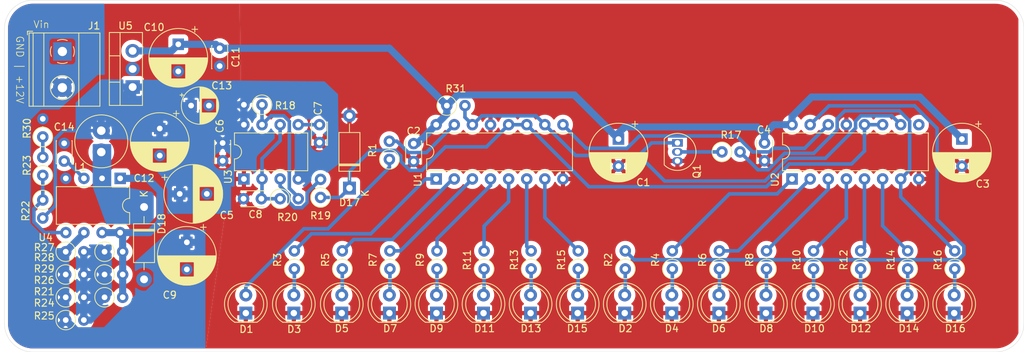
<source format=kicad_pcb>
(kicad_pcb (version 20240108) (generator "pcbnew") (generator_version "8.0")
  (layers (0 "F.Cu" signal) (31 "B.Cu" signal) (34 "B.Paste" user) (35 "F.Paste" user) (36 "B.SilkS" user "B.Silkscreen") (37 "F.SilkS" user "F.Silkscreen") (38 "B.Mask" user) (39 "F.Mask" user) (44 "Edge.Cuts" user))
  (net 0 "")
  (net 1 "+5V")
  (net 2 "GND")
  (net 3 "+9V")
  (net 4 "Net-(U3-CV)")
  (net 5 "Net-(U3-THR)")
  (net 6 "+12V")
  (net 7 "Net-(U4-TC)")
  (net 8 "Net-(D1-A)")
  (net 9 "Net-(D2-A)")
  (net 10 "Net-(D3-A)")
  (net 11 "Net-(D4-A)")
  (net 12 "Net-(D5-A)")
  (net 13 "Net-(D6-A)")
  (net 14 "Net-(D7-A)")
  (net 15 "Net-(D8-A)")
  (net 16 "Net-(D9-A)")
  (net 17 "Net-(D10-A)")
  (net 18 "Net-(D11-A)")
  (net 19 "Net-(D12-A)")
  (net 20 "Net-(D13-A)")
  (net 21 "Net-(D14-A)")
  (net 22 "Net-(D15-A)")
  (net 23 "Net-(D16-A)")
  (net 24 "Net-(D18-K)")
  (net 25 "/RST")
  (net 26 "Net-(Q1-B)")
  (net 27 "Net-(U1-QA)")
  (net 28 "Net-(U2-QA)")
  (net 29 "Net-(U1-QB)")
  (net 30 "Net-(U2-QB)")
  (net 31 "Net-(U1-QC)")
  (net 32 "Net-(U2-QC)")
  (net 33 "Net-(U1-QD)")
  (net 34 "Net-(U2-QD)")
  (net 35 "Net-(U1-QE)")
  (net 36 "Net-(U2-QE)")
  (net 37 "Net-(U1-QF)")
  (net 38 "Net-(U2-QF)")
  (net 39 "Net-(U1-QG)")
  (net 40 "Net-(U2-QG)")
  (net 41 "Net-(U1-QH)")
  (net 42 "Net-(U2-QH)")
  (net 43 "Net-(U3-DIS)")
  (net 44 "Net-(U3-Q)")
  (net 45 "Net-(R21-Pad2)")
  (net 46 "Net-(U4-Vfb)")
  (net 47 "Net-(R23-Pad2)")
  (net 48 "Net-(U4-DC)")
  (net 49 "Net-(U1-QH')")
  (net 51 "Gen")
  (footprint "Resistor_THT:R_Axial_DIN0207_L6.3mm_D2.5mm_P2.54mm_Vertical" (layer "F.Cu") (at 127.455 92.2)
    (property "Reference" "R31")
    (property "Value" "10k")
  )
  (footprint "Resistor_THT:R_Axial_DIN0207_L6.3mm_D2.5mm_P2.54mm_Vertical" (layer "F.Cu") (at 70.8 102 90)
    (property "Reference" "R23")
    (property "Value" "100k")
  )
  (footprint "Resistor_THT:R_Axial_DIN0207_L6.3mm_D2.5mm_P2.54mm_Vertical" (layer "F.Cu") (at 101.54 92.082349 180)
    (property "Reference" "R18")
    (property "Value" "100K")
  )
  (footprint "LED_THT:LED_D5.0mm" (layer "F.Cu") (at 198.6 121.34 90)
    (property "Reference" "D16")
    (property "Value" "LED")
  )
  (footprint "Capacitor_THT:CP_Radial_D8.0mm_P3.80mm" (layer "F.Cu") (at 89.8 83.597349 -90)
    (property "Reference" "C10")
    (property "Value" "220uF")
  )
  (footprint "Resistor_THT:R_Axial_DIN0207_L6.3mm_D2.5mm_P2.54mm_Vertical" (layer "F.Cu") (at 74.015 115.92)
    (property "Reference" "R29")
    (property "Value" "1R")
  )
  (footprint "LED_THT:LED_D5.0mm" (layer "F.Cu") (at 185.4 121.34 90)
    (property "Reference" "D12")
    (property "Value" "LED")
  )
  (footprint "Package_DIP:DIP-8_W7.62mm" (layer "F.Cu") (at 81.65 102.42 -90)
    (property "Reference" "U4")
    (property "Value" "MC34063AP")
  )
  (footprint "Package_TO_SOT_THT:TO-92_Inline" (layer "F.Cu") (at 159.79 97.435 -90)
    (property "Reference" "Q1")
    (property "Value" "BC337")
  )
  (footprint "Resistor_THT:R_Axial_DIN0207_L6.3mm_D2.5mm_P2.54mm_Vertical" (layer "F.Cu") (at 104.08 105.282349)
    (property "Reference" "R20")
    (property "Value" "1M")
  )
  (footprint "Inductor_THT:L_Radial_D7.2mm_P3.00mm_Murata_1700" (layer "F.Cu") (at 79 98.725 90)
    (property "Reference" "L1")
    (property "Value" "660uH")
  )
  (footprint "Package_TO_SOT_THT:TO-220-3_Vertical" (layer "F.Cu") (at 83.4 89.6 90)
    (property "Reference" "U5")
    (property "Value" "LM7805_TO220")
  )
  (footprint "Resistor_THT:R_Axial_DIN0207_L6.3mm_D2.5mm_P2.54mm_Vertical" (layer "F.Cu") (at 74.015 119.12)
    (property "Reference" "R21")
    (property "Value" "1R")
  )
  (footprint "Capacitor_THT:CP_Radial_D8.0mm_P3.80mm" (layer "F.Cu") (at 90 104.6)
    (property "Reference" "C5")
    (property "Value" "100uF")
  )
  (footprint "Resistor_THT:R_Axial_DIN0207_L6.3mm_D2.5mm_P2.54mm_Vertical" (layer "F.Cu") (at 178.877776 115.14 90)
    (property "Reference" "R10")
    (property "Value" "330R")
  )
  (footprint "Resistor_THT:R_Axial_DIN0207_L6.3mm_D2.5mm_P2.54mm_Vertical" (layer "F.Cu") (at 159.077776 115.14 90)
    (property "Reference" "R4")
    (property "Value" "330R")
  )
  (footprint "Resistor_THT:R_Axial_DIN0207_L6.3mm_D2.5mm_P2.54mm_Vertical" (layer "F.Cu") (at 152.477776 115.14 90)
    (property "Reference" "R2")
    (property "Value" "330R")
  )
  (footprint "LED_THT:LED_D5.0mm" (layer "F.Cu") (at 119.4 121.34 90)
    (property "Reference" "D7")
    (property "Value" "LED")
  )
  (footprint "Resistor_THT:R_Axial_DIN0207_L6.3mm_D2.5mm_P2.54mm_Vertical" (layer "F.Cu") (at 166.03 98.705)
    (property "Reference" "R17")
    (property "Value" "10k")
  )
  (footprint "TerminalBlock_Phoenix:TerminalBlock_Phoenix_MKDS-1,5-2-5.08_1x02_P5.08mm_Horizontal" (layer "F.Cu") (at 73.545 84.605 -90)
    (property "Reference" "J1")
    (property "Value" "Vin")
  )
  (footprint "Capacitor_THT:CP_Radial_D8.0mm_P3.80mm" (layer "F.Cu") (at 87.2 95.422349 -90)
    (property "Reference" "C12")
    (property "Value" "100uF")
  )
  (footprint "Resistor_THT:R_Axial_DIN0207_L6.3mm_D2.5mm_P2.54mm_Vertical" (layer "F.Cu") (at 145.877776 115.14 90)
    (property "Reference" "R15")
    (property "Value" "330R")
  )
  (footprint "LED_THT:LED_D5.0mm" (layer "F.Cu") (at 99.270002 121.34 90)
    (property "Reference" "D1")
    (property "Value" "LED")
  )
  (footprint "LED_THT:LED_D5.0mm" (layer "F.Cu") (at 178.8 121.34 90)
    (property "Reference" "D10")
    (property "Value" "LED")
  )
  (footprint "LED_THT:LED_D5.0mm" (layer "F.Cu") (at 106 121.34 90)
    (property "Reference" "D3")
    (property "Value" "LED")
  )
  (footprint "Resistor_THT:R_Axial_DIN0207_L6.3mm_D2.5mm_P2.54mm_Vertical" (layer "F.Cu") (at 119.477776 115.14 90)
    (property "Reference" "R7")
    (property "Value" "330R")
  )
  (footprint "LED_THT:LED_D5.0mm" (layer "F.Cu") (at 132.6 121.34 90)
    (property "Reference" "D11")
    (property "Value" "LED")
  )
  (footprint "LED_THT:LED_D5.0mm" (layer "F.Cu") (at 165.6 121.34 90)
    (property "Reference" "D6")
    (property "Value" "LED")
  )
  (footprint "Package_DIP:DIP-8_W7.62mm" (layer "F.Cu") (at 99 102.505 90)
    (property "Reference" "U3")
    (property "Value" "NE555P")
  )
  (footprint "Resistor_THT:R_Axial_DIN0207_L6.3mm_D2.5mm_P2.54mm_Vertical" (layer "F.Cu") (at 79.46 119.12)
    (property "Reference" "R24")
    (property "Value" "1R")
  )
  (footprint "LED_THT:LED_D5.0mm" (layer "F.Cu") (at 152.4 121.34 90)
    (property "Reference" "D2")
    (property "Value" "LED")
  )
  (footprint "Resistor_THT:R_Axial_DIN0207_L6.3mm_D2.5mm_P2.54mm_Vertical" (layer "F.Cu") (at 132.677776 115.14 90)
    (property "Reference" "R11")
    (property "Value" "330R")
  )
  (footprint "Resistor_THT:R_Axial_DIN0207_L6.3mm_D2.5mm_P2.54mm_Vertical" (layer "F.Cu") (at 198.677776 115.14 90)
    (property "Reference" "R16")
    (property "Value" "330R")
  )
  (footprint "Resistor_THT:R_Axial_DIN0207_L6.3mm_D2.5mm_P2.54mm_Vertical" (layer "F.Cu") (at 112.8 115.14 90)
    (property "Reference" "R5")
    (property "Value" "330R")
  )
  (footprint "Capacitor_THT:C_Disc_D3.0mm_W2.0mm_P2.50mm" (layer "F.Cu") (at 122.8 97.55 -90)
    (property "Reference" "C2")
    (property "Value" "0.1uF")
  )
  (footprint "Package_DIP:DIP-16_W7.62mm" (layer "F.Cu") (at 175.86 102.505 90)
    (property "Reference" "U2")
    (property "Value" "74HC595")
  )
  (footprint "Resistor_THT:R_Axial_DIN0207_L6.3mm_D2.5mm_P2.54mm_Vertical" (layer "F.Cu") (at 119.4 99.75 90)
    (property "Reference" "R1")
    (property "Value" "330R")
  )
  (footprint "Resistor_THT:R_Axial_DIN0207_L6.3mm_D2.5mm_P2.54mm_Vertical" (layer "F.Cu") (at 172.277776 115.14 90)
    (property "Reference" "R8")
    (property "Value" "330R")
  )
  (footprint "Diode_THT:D_A-405_P10.16mm_Horizontal" (layer "F.Cu") (at 113.8 103.785 90)
    (property "Reference" "D17")
    (property "Value" "BZX55 C4V7")
  )
  (footprint "Resistor_THT:R_Axial_DIN0207_L6.3mm_D2.5mm_P2.54mm_Vertical" (layer "F.Cu") (at 70.8 105.46 -90)
    (property "Reference" "R22")
    (property "Value" "750k")
  )
  (footprint "Resistor_THT:R_Axial_DIN0207_L6.3mm_D2.5mm_P2.54mm_Vertical" (layer "F.Cu") (at 74.015 122.32)
    (property "Reference" "R25")
    (property "Value" "1R")
  )
  (footprint "Capacitor_THT:CP_Radial_D8.0mm_P3.80mm" (layer "F.Cu") (at 151.52 96.902349 -90)
    (property "Reference" "C1")
    (property "Value" "220uF")
  )
  (footprint "Capacitor_THT:CP_Radial_D5.0mm_P2.50mm" (layer "F.Cu") (at 91.594888 92.2)
    (property "Reference" "C13")
    (property "Value" "0.47uF")
  )
  (footprint "Resistor_THT:R_Axial_DIN0207_L6.3mm_D2.5mm_P2.54mm_Vertical" (layer "F.Cu") (at 74.015 112.72)
    (property "Reference" "R27")
    (property "Value" "1R")
  )
  (footprint "Resistor_THT:R_Axial_DIN0207_L6.3mm_D2.5mm_P2.54mm_Vertical" (layer "F.Cu") (at 185.477776 115.14 90)
    (property "Reference" "R12")
    (property "Value" "330R")
  )
  (footprint "Resistor_THT:R_Axial_DIN0207_L6.3mm_D2.5mm_P2.54mm_Vertical" (layer "F.Cu") (at 79.46 112.72)
    (property "Reference" "R28")
    (property "Value" "1R")
  )
  (footprint "Capacitor_THT:CP_Radial_D8.0mm_P3.80mm" (layer "F.Cu") (at 199.68 96.902349 -90)
    (property "Reference" "C3")
    (property "Value" "220uF")
  )
  (footprint "Resistor_THT:R_Axial_DIN0207_L6.3mm_D2.5mm_P2.54mm_Vertical" (layer "F.Cu") (at 79.46 115.92)
    (property "Reference" "R26")
    (property "Value" "1R")
  )
  (footprint "Capacitor_THT:C_Disc_D3.0mm_W2.0mm_P2.50mm" (layer "F.Cu") (at 101.45 105.282349 180)
    (property "Reference" "C8")
    (property "Value" "220pF")
  )
  (footprint "LED_THT:LED_D5.0mm" (layer "F.Cu") (at 145.8 121.34 90)
    (property "Reference" "D15")
    (property "Value" "LED")
  )
  (footprint "Resistor_THT:R_Axial_DIN0207_L6.3mm_D2.5mm_P2.54mm_Vertical" (layer "F.Cu") (at 192.077776 115.14 90)
    (property "Reference" "R14")
    (property "Value" "330R")
  )
  (footprint "LED_THT:LED_D5.0mm" (layer "F.Cu") (at 112.722224 121.34 90)
    (property "Reference" "D5")
    (property "Value" "LED")
  )
  (footprint "Resistor_THT:R_Axial_DIN0207_L6.3mm_D2.5mm_P2.54mm_Vertical" (layer "F.Cu") (at 106.077776 115.14 90)
    (property "Reference" "R3")
    (property "Value" "330R")
  )
  (footprint "Capacitor_THT:C_Disc_D3.0mm_W2.0mm_P2.50mm" (layer "F.Cu") (at 95.6 84.15 -90)
    (property "Reference" "C11")
    (property "Value" "0.1uF")
  )
  (footprint "Resistor_THT:R_Axial_DIN0207_L6.3mm_D2.5mm_P2.54mm_Vertical" (layer "F.Cu") (at 165.677776 115.14 90)
    (property "Reference" "R6")
    (property "Value" "330R")
  )
  (footprint "Resistor_THT:R_Axial_DIN0207_L6.3mm_D2.5mm_P2.54mm_Vertical" (layer "F.Cu") (at 70.8 96.6 90)
    (property "Reference" "R30")
    (property "Value" "20k")
  )
  (footprint "Capacitor_THT:C_Disc_D3.0mm_W2.0mm_P2.50mm" (layer "F.Cu") (at 73.8 100 90)
    (property "Reference" "C14")
    (property "Value" "330pF")
  )
  (footprint "Resistor_THT:R_Axial_DIN0207_L6.3mm_D2.5mm_P2.54mm_Vertical" (layer "F.Cu") (at 139.277776 115.14 90)
    (property "Reference" "R13")
    (property "Value" "330R")
  )
  (footprint "LED_THT:LED_D5.0mm" (layer "F.Cu") (at 172.2 121.34 90)
    (property "Reference" "D8")
    (property "Value" "LED")
  )
  (footprint "LED_THT:LED_D5.0mm" (layer "F.Cu") (at 159 121.34 90)
    (property "Reference" "D4")
    (property "Value" "LED")
  )
  (footprint "Resistor_THT:R_Axial_DIN0207_L6.3mm_D2.5mm_P2.54mm_Vertical" (layer "F.Cu") (at 109.75 105.1 90)
    (property "Reference" "R19")
    (property "Value" "680R")
  )
  (footprint "Capacitor_THT:C_Disc_D3.0mm_W2.0mm_P2.50mm" (layer "F.Cu") (at 109.6 94.885 -90)
    (property "Reference" "C7")
    (property "Value" "0.1uF")
  )
  (footprint "LED_THT:LED_D5.0mm" (layer "F.Cu") (at 139.2 121.34 90)
    (property "Reference" "D13")
    (property "Value" "LED")
  )
  (footprint "Capacitor_THT:C_Disc_D3.0mm_W2.0mm_P2.50mm" (layer "F.Cu") (at 172 97.455 -90)
    (property "Reference" "C4")
    (property "Value" "0.1uF")
  )
  (footprint "LED_THT:LED_D5.0mm" (layer "F.Cu") (at 126 121.34 90)
    (property "Reference" "D9")
    (property "Value" "LED")
  )
  (footprint "Diode_THT:D_DO-41_SOD81_P10.16mm_Horizontal" (layer "F.Cu") (at 85 106.44 -90)
    (property "Reference" "D18")
    (property "Value" "1N5819")
  )
  (footprint "Capacitor_THT:C_Disc_D3.0mm_W2.0mm_P2.50mm" (layer "F.Cu") (at 96.02 97.455 -90)
    (property "Reference" "C6")
    (property "Value" "0.1uF")
  )
  (footprint "Package_DIP:DIP-16_W7.62mm" (layer "F.Cu") (at 125.96 102.505 90)
    (property "Reference" "U1")
    (property "Value" "74HC595")
  )
  (footprint "Capacitor_THT:CP_Radial_D8.0mm_P3.80mm" (layer "F.Cu") (at 91 111.4 -90)
    (property "Reference" "C9")
    (property "Value" "100uF")
  )
  (footprint "LED_THT:LED_D5.0mm" (layer "F.Cu") (at 192 121.34 90)
    (property "Reference" "D14")
    (property "Value" "LED")
  )
  (footprint "Resistor_THT:R_Axial_DIN0207_L6.3mm_D2.5mm_P2.54mm_Vertical" (layer "F.Cu") (at 126.077776 115.14 90)
    (property "Reference" "R9")
    (property "Value" "330R")
  )
  (gr_line (start 208.377554 81.4) (end 208.377554 122.8) (stroke (width 0.05)) (layer "Edge.Cuts"))
  (gr_arc (start 69.425554 126.8) (mid 66.597157 125.628411) (end 65.425554 122.8) (stroke (width 0.05)) (layer "Edge.Cuts"))
  (gr_arc (start 208.377554 122.8) (mid 207.205981 125.628427) (end 204.377554 126.8) (stroke (width 0.05)) (layer "Edge.Cuts"))
  (gr_line (start 204.377554 126.8) (end 69.425554 126.8) (stroke (width 0.05)) (layer "Edge.Cuts"))
  (gr_arc (start 65.425554 81.4) (mid 66.597124 78.571557) (end 69.425554 77.4) (stroke (width 0.05)) (layer "Edge.Cuts"))
  (gr_line (start 69.425554 77.4) (end 204.377554 77.4) (stroke (width 0.05)) (layer "Edge.Cuts"))
  (gr_line (start 65.425554 122.8) (end 65.425554 81.4) (stroke (width 0.05)) (layer "Edge.Cuts"))
  (gr_arc (start 204.377554 77.4) (mid 207.205981 78.571573) (end 208.377554 81.4) (stroke (width 0.05)) (layer "Edge.Cuts"))
  (gr_text "Vin" (at 69.4256 81.4 0) (layer "F.SilkS") (effects (font (size 1 1) (thickness 0.1)) (justify left bottom)))
  (gr_text "GND | +12V" (at 67 82.338095 270) (layer "F.SilkS") (effects (font (size 1 1) (thickness 0.1)) (justify left bottom)))
  (segment (start 145.317651 90.7) (end 151.52 96.902349) (width 1) (layer "B.Cu") (net 1))
  (segment (start 151.52 96.08) (end 152.4 95.2) (width 1) (layer "B.Cu") (net 1))
  (segment (start 95.047349 83.597349) (end 95.6 84.15) (width 1) (layer "B.Cu") (net 1))
  (segment (start 128.955 90.7) (end 145.317651 90.7) (width 1) (layer "B.Cu") (net 1))
  (segment (start 95.6 84.15) (end 119.405 84.15) (width 1) (layer "B.Cu") (net 1))
  (segment (start 127.455 92.2) (end 128.955 90.7) (width 1) (layer "B.Cu") (net 1))
  (segment (start 152.4 95.2) (end 171 95.2) (width 1) (layer "B.Cu") (net 1))
  (segment (start 119.405 84.15) (end 127.455 92.2) (width 1) (layer "B.Cu") (net 1))
  (segment (start 83.4 84.52) (end 88.877349 84.52) (width 1) (layer "B.Cu") (net 1))
  (segment (start 127.455 93.39) (end 125.96 94.885) (width 1) (layer "B.Cu") (net 1))
  (segment (start 193.777651 91) (end 199.68 96.902349) (width 1) (layer "B.Cu") (net 1))
  (segment (start 175.86 94.885) (end 175.86 93.74) (width 1) (layer "B.Cu") (net 1))
  (segment (start 151.52 96.902349) (end 151.52 96.08) (width 1) (layer "B.Cu") (net 1))
  (segment (start 89.8 83.597349) (end 95.047349 83.597349) (width 1) (layer "B.Cu") (net 1))
  (segment (start 173.315 94.885) (end 172 96.2) (width 1) (layer "B.Cu") (net 1))
  (segment (start 178.6 91) (end 193.777651 91) (width 1) (layer "B.Cu") (net 1))
  (segment (start 175.86 93.74) (end 178.6 91) (width 1) (layer "B.Cu") (net 1))
  (segment (start 122.8 97.55) (end 123.295 97.55) (width 1) (layer "B.Cu") (net 1))
  (segment (start 88.877349 84.52) (end 89.8 83.597349) (width 1) (layer "B.Cu") (net 1))
  (segment (start 127.455 92.2) (end 127.455 93.39) (width 1) (layer "B.Cu") (net 1))
  (segment (start 171 95.2) (end 172 96.2) (width 1) (layer "B.Cu") (net 1))
  (segment (start 123.295 97.55) (end 125.96 94.885) (width 1) (layer "B.Cu") (net 1))
  (segment (start 172 96.2) (end 172 97.455) (width 1) (layer "B.Cu") (net 1))
  (segment (start 175.86 94.885) (end 173.315 94.885) (width 1) (layer "B.Cu") (net 1))
  (segment (start 111.1 98.025) (end 106.62 102.505) (width 1) (layer "B.Cu") (net 3))
  (segment (start 70.8 108) (end 72.55 106.25) (width 0.5) (layer "B.Cu") (net 3))
  (segment (start 91.594888 93.029888) (end 96.02 97.455) (width 1) (layer "B.Cu") (net 3))
  (segment (start 96.02 97.455) (end 96.43 97.455) (width 1) (layer "B.Cu") (net 3))
  (segment (start 91.594888 92.2) (end 91.594888 93.029888) (width 1) (layer "B.Cu") (net 3))
  (segment (start 111.1 94.263679) (end 111.1 98.025) (width 1) (layer "B.Cu") (net 3))
  (segment (start 88.372539 95.422349) (end 91.594888 92.2) (width 1) (layer "B.Cu") (net 3))
  (segment (start 90 103.475) (end 96.02 97.455) (width 1) (layer "B.Cu") (net 3))
  (segment (start 72.55 106.25) (end 72.55 96.85) (width 0.5) (layer "B.Cu") (net 3))
  (segment (start 73.675 95.725) (end 79 95.725) (width 0.5) (layer "B.Cu") (net 3))
  (segment (start 107.41867 90.582349) (end 111.1 94.263679) (width 1) (layer "B.Cu") (net 3))
  (segment (start 83.4 91.622349) (end 87.2 95.422349) (width 1) (layer "B.Cu") (net 3))
  (segment (start 87.2 95.422349) (end 88.372539 95.422349) (width 1) (layer "B.Cu") (net 3))
  (segment (start 83.4 89.6) (end 83.4 91.622349) (width 1) (layer "B.Cu") (net 3))
  (segment (start 99 92.082349) (end 100.5 90.582349) (width 1) (layer "B.Cu") (net 3))
  (segment (start 99 92.082349) (end 99 94.885) (width 1) (layer "B.Cu") (net 3))
  (segment (start 96.43 97.455) (end 99 94.885) (width 1) (layer "B.Cu") (net 3))
  (segment (start 72.55 96.85) (end 73.675 95.725) (width 0.5) (layer "B.Cu") (net 3))
  (segment (start 100.5 90.582349) (end 107.41867 90.582349) (width 1) (layer "B.Cu") (net 3))
  (segment (start 79 95.725) (end 79 94) (width 1) (layer "B.Cu") (net 3))
  (segment (start 79 94) (end 83.4 89.6) (width 1) (layer "B.Cu") (net 3))
  (segment (start 90 104.6) (end 90 103.475) (width 1) (layer "B.Cu") (net 3))
  (segment (start 106.62 94.885) (end 109.6 94.885) (width 0.5) (layer "B.Cu") (net 4))
  (segment (start 101.54 102.505) (end 101.54 105.192349) (width 0.5) (layer "B.Cu") (net 5))
  (segment (start 101.54 99.66) (end 101.54 102.505) (width 0.5) (layer "B.Cu") (net 5))
  (segment (start 104.08 94.885) (end 104.08 97.12) (width 0.5) (layer "B.Cu") (net 5))
  (segment (start 101.54 105.192349) (end 101.45 105.282349) (width 0.5) (layer "B.Cu") (net 5))
  (segment (start 101.45 105.282349) (end 104.08 105.282349) (width 0.5) (layer "B.Cu") (net 5))
  (segment (start 104.08 97.12) (end 101.54 99.66) (width 0.5) (layer "B.Cu") (net 5))
  (segment (start 76.57 110.04) (end 76.57 110.165) (width 1) (layer "B.Cu") (net 6))
  (segment (start 75.515 123.82) (end 74.015 122.32) (width 1) (layer "B.Cu") (net 6))
  (segment (start 72.376497 112.72) (end 68.6 108.943503) (width 1) (layer "B.Cu") (net 6))
  (segment (start 86.8 115.6) (end 86.8 117.345585) (width 1) (layer "B.Cu") (net 6))
  (segment (start 68.6 94) (end 72.915 89.685) (width 1) (layer "B.Cu") (net 6))
  (segment (start 91 111.4) (end 86.8 115.6) (width 1) (layer "B.Cu") (net 6))
  (segment (start 76.57 110.165) (end 74.015 112.72) (width 1) (layer "B.Cu") (net 6))
  (segment (start 86.8 117.345585) (end 80.325585 123.82) (width 1) (layer "B.Cu") (net 6))
  (segment (start 72.915 89.685) (end 73.545 89.685) (width 1) (layer "B.Cu") (net 6))
  (segment (start 74.015 112.72) (end 72.376497 112.72) (width 1) (layer "B.Cu") (net 6))
  (segment (start 68.6 108.943503) (end 68.6 94) (width 1) (layer "B.Cu") (net 6))
  (segment (start 80.325585 123.82) (end 75.515 123.82) (width 1) (layer "B.Cu") (net 6))
  (segment (start 74.015 112.72) (end 74.015 122.32) (width 1) (layer "B.Cu") (net 6))
  (segment (start 74.15 100) (end 76.57 102.42) (width 0.5) (layer "B.Cu") (net 7))
  (segment (start 73.8 100) (end 74.15 100) (width 0.5) (layer "B.Cu") (net 7))
  (segment (start 107.410009 109.5) (end 99.270002 117.640007) (width 0.5) (layer "B.Cu") (net 8))
  (segment (start 99.270002 117.640007) (end 99.270002 118.8) (width 0.5) (layer "B.Cu") (net 8))
  (segment (start 110.785 109.5) (end 107.410009 109.5) (width 0.5) (layer "B.Cu") (net 8))
  (segment (start 119.4 100.885) (end 110.785 109.5) (width 0.5) (layer "B.Cu") (net 8))
  (segment (start 119.4 99.75) (end 119.4 100.885) (width 0.5) (layer "B.Cu") (net 8))
  (segment (start 152.477776 115.14) (end 152.477776 118.722224) (width 0.5) (layer "B.Cu") (net 9))
  (segment (start 152.477776 118.722224) (end 152.4 118.8) (width 0.5) (layer "B.Cu") (net 9))
  (segment (start 106.077776 118.722224) (end 106 118.8) (width 0.5) (layer "B.Cu") (net 10))
  (segment (start 106.077776 115.14) (end 106.077776 118.722224) (width 0.5) (layer "B.Cu") (net 10))
  (segment (start 159.077776 118.722224) (end 159 118.8) (width 0.5) (layer "B.Cu") (net 11))
  (segment (start 159.077776 115.14) (end 159.077776 118.722224) (width 0.5) (layer "B.Cu") (net 11))
  (segment (start 112.8 118.722224) (end 112.722224 118.8) (width 0.5) (layer "B.Cu") (net 12))
  (segment (start 112.8 115.14) (end 112.8 118.722224) (width 0.5) (layer "B.Cu") (net 12))
  (segment (start 165.677776 118.782224) (end 165.6 118.86) (width 0.5) (layer "B.Cu") (net 13))
  (segment (start 165.677776 115.14) (end 165.677776 118.722224) (width 0.5) (layer "B.Cu") (net 13))
  (segment (start 165.677776 118.722224) (end 165.6 118.8) (width 0.5) (layer "B.Cu") (net 13))
  (segment (start 119.477776 115.14) (end 119.477776 118.722224) (width 0.5) (layer "B.Cu") (net 14))
  (segment (start 119.477776 118.722224) (end 119.4 118.8) (width 0.5) (layer "B.Cu") (net 14))
  (segment (start 172.277776 115.14) (end 172.277776 118.722224) (width 0.5) (layer "B.Cu") (net 15))
  (segment (start 172.277776 118.722224) (end 172.2 118.8) (width 0.5) (layer "B.Cu") (net 15))
  (segment (start 126.077776 115.14) (end 126.077776 118.722224) (width 0.5) (layer "B.Cu") (net 16))
  (segment (start 126.077776 118.722224) (end 126 118.8) (width 0.5) (layer "B.Cu") (net 16))
  (segment (start 178.877776 118.782224) (end 178.8 118.86) (width 0.5) (layer "B.Cu") (net 17))
  (segment (start 178.877776 118.722224) (end 178.8 118.8) (width 0.5) (layer "B.Cu") (net 17))
  (segment (start 178.877776 115.14) (end 178.877776 118.722224) (width 0.5) (layer "B.Cu") (net 17))
  (segment (start 132.677776 118.722224) (end 132.6 118.8) (width 0.5) (layer "B.Cu") (net 18))
  (segment (start 132.677776 115.14) (end 132.677776 118.722224) (width 0.5) (layer "B.Cu") (net 18))
  (segment (start 185.477776 118.722224) (end 185.4 118.8) (width 0.5) (layer "B.Cu") (net 19))
  (segment (start 185.477776 118.782224) (end 185.4 118.86) (width 0.5) (layer "B.Cu") (net 19))
  (segment (start 185.477776 115.14) (end 185.477776 118.722224) (width 0.5) (layer "B.Cu") (net 19))
  (segment (start 139.277776 118.722224) (end 139.2 118.8) (width 0.5) (layer "B.Cu") (net 20))
  (segment (start 139.277776 115.14) (end 139.277776 118.722224) (width 0.5) (layer "B.Cu") (net 20))
  (segment (start 192.077776 118.722224) (end 192 118.8) (width 0.5) (layer "B.Cu") (net 21))
  (segment (start 192.077776 118.782224) (end 192 118.86) (width 0.5) (layer "B.Cu") (net 21))
  (segment (start 192.077776 115.14) (end 192.077776 118.722224) (width 0.5) (layer "B.Cu") (net 21))
  (segment (start 145.877776 118.722224) (end 145.8 118.8) (width 0.5) (layer "B.Cu") (net 22))
  (segment (start 145.877776 115.14) (end 145.877776 118.722224) (width 0.5) (layer "B.Cu") (net 22))
  (segment (start 198.677776 118.722224) (end 198.6 118.8) (width 0.5) (layer "B.Cu") (net 23))
  (segment (start 198.677776 115.14) (end 198.677776 118.722224) (width 0.5) (layer "B.Cu") (net 23))
  (segment (start 198.677776 118.782224) (end 198.6 118.86) (width 0.5) (layer "B.Cu") (net 23))
  (segment (start 79.11 103.55137) (end 79.11 102.42) (width 1) (layer "B.Cu") (net 24))
  (segment (start 79.11 102.42) (end 79.11 98.835) (width 1) (layer "B.Cu") (net 24))
  (segment (start 81.99863 106.44) (end 79.11 103.55137) (width 1) (layer "B.Cu") (net 24))
  (segment (start 85 106.44) (end 81.99863 106.44) (width 1) (layer "B.Cu") (net 24))
  (segment (start 79.11 98.835) (end 79 98.725) (width 1) (layer "B.Cu") (net 24))
  (segment (start 129.995 92.2) (end 129.995 93.84) (width 0.5) (layer "B.Cu") (net 25))
  (segment (start 145.515 99.2) (end 141.2 94.885) (width 0.5) (layer "B.Cu") (net 25))
  (segment (start 185.502233 93.635) (end 184.77 94.367233) (width 0.5) (layer "B.Cu") (net 25))
  (segment (start 154.4 99.2) (end 145.515 99.2) (width 0.5) (layer "B.Cu") (net 25))
  (segment (start 184.77 94.367233) (end 184.77 95.362767) (width 0.5) (layer "B.Cu") (net 25))
  (segment (start 180.532767 99.6) (end 175.27505 99.6) (width 0.5) (layer "B.Cu") (net 25))
  (segment (start 159.79 97.435) (end 156.165 97.435) (width 0.5) (layer "B.Cu") (net 25))
  (segment (start 189.85 93.635) (end 185.502233 93.635) (width 0.5) (layer "B.Cu") (net 25))
  (segment (start 172.07505 102.8) (end 158 102.8) (width 0.5) (layer "B.Cu") (net 25))
  (segment (start 132.365 93.635) (end 139.95 93.635) (width 0.5) (layer "B.Cu") (net 25))
  (segment (start 175.27505 99.6) (end 172.07505 102.8) (width 0.5) (layer "B.Cu") (net 25))
  (segment (start 156.165 97.435) (end 154.4 99.2) (width 0.5) (layer "B.Cu") (net 25))
  (segment (start 158 102.8) (end 154.4 99.2) (width 0.5) (layer "B.Cu") (net 25))
  (segment (start 184.77 95.362767) (end 180.532767 99.6) (width 0.5) (layer "B.Cu") (net 25))
  (segment (start 129.995 93.84) (end 131.04 94.885) (width 0.5) (layer "B.Cu") (net 25))
  (segment (start 131.04 94.885) (end 131.115 94.885) (width 0.5) (layer "B.Cu") (net 25))
  (segment (start 139.95 93.635) (end 141.2 94.885) (width 0.5) (layer "B.Cu") (net 25))
  (segment (start 191.1 94.885) (end 189.85 93.635) (width 0.5) (layer "B.Cu") (net 25))
  (segment (start 131.115 94.885) (end 132.365 93.635) (width 0.5) (layer "B.Cu") (net 25))
  (segment (start 159.79 98.705) (end 166.03 98.705) (width 0.5) (layer "B.Cu") (net 26))
  (segment (start 119.4 97.21) (end 120.46 97.21) (width 0.5) (layer "B.Cu") (net 27))
  (segment (start 122.05 98.8) (end 124.585 98.8) (width 0.5) (layer "B.Cu") (net 27))
  (segment (start 124.585 98.8) (end 128.5 94.885) (width 0.5) (layer "B.Cu") (net 27))
  (segment (start 120.46 97.21) (end 122.05 98.8) (width 0.5) (layer "B.Cu") (net 27))
  (segment (start 199.95 113.095543) (end 199.195543 113.85) (width 0.5) (layer "B.Cu") (net 28))
  (segment (start 196.2 95.4) (end 196.2 108.2) (width 0.5) (layer "B.Cu") (net 28))
  (segment (start 153.727776 113.85) (end 152.477776 112.6) (width 0.5) (layer "B.Cu") (net 28))
  (segment (start 193.035 92.235) (end 196.2 95.4) (width 0.5) (layer "B.Cu") (net 28))
  (segment (start 181.05 92.235) (end 193.035 92.235) (width 0.5) (layer "B.Cu") (net 28))
  (segment (start 196.2 108.2) (end 199.95 111.95) (width 0.5) (layer "B.Cu") (net 28))
  (segment (start 178.4 94.885) (end 181.05 92.235) (width 0.5) (layer "B.Cu") (net 28))
  (segment (start 199.195543 113.85) (end 153.727776 113.85) (width 0.5) (layer "B.Cu") (net 28))
  (segment (start 199.95 111.95) (end 199.95 113.095543) (width 0.5) (layer "B.Cu") (net 28))
  (segment (start 124.495 102.505) (end 116.8 110.2) (width 0.5) (layer "B.Cu") (net 29))
  (segment (start 108.477776 110.2) (end 106.077776 112.6) (width 0.5) (layer "B.Cu") (net 29))
  (segment (start 116.8 110.2) (end 108.477776 110.2) (width 0.5) (layer "B.Cu") (net 29))
  (segment (start 125.96 102.505) (end 124.495 102.505) (width 0.5) (layer "B.Cu") (net 29))
  (segment (start 167.077776 104.6) (end 159.077776 112.6) (width 0.5) (layer "B.Cu") (net 30))
  (segment (start 175.86 102.505) (end 173.765 104.6) (width 0.5) (layer "B.Cu") (net 30))
  (segment (start 173.765 104.6) (end 167.077776 104.6) (width 0.5) (layer "B.Cu") (net 30))
  (segment (start 128.5 102.505) (end 128.295 102.505) (width 0.5) (layer "B.Cu") (net 31))
  (segment (start 119.8 111) (end 114.4 111) (width 0.5) (layer "B.Cu") (net 31))
  (segment (start 114.4 111) (end 112.8 112.6) (width 0.5) (layer "B.Cu") (net 31))
  (segment (start 128.295 102.505) (end 119.8 111) (width 0.5) (layer "B.Cu") (net 31))
  (segment (start 168.305 112.6) (end 165.677776 112.6) (width 0.5) (layer "B.Cu") (net 32))
  (segment (start 178.4 102.505) (end 168.305 112.6) (width 0.5) (layer "B.Cu") (net 32))
  (segment (start 120.945 112.6) (end 119.477776 112.6) (width 0.5) (layer "B.Cu") (net 33))
  (segment (start 131.04 102.505) (end 120.945 112.6) (width 0.5) (layer "B.Cu") (net 33))
  (segment (start 180.94 102.505) (end 180.94 103.937776) (width 0.5) (layer "B.Cu") (net 34))
  (segment (start 180.94 103.937776) (end 172.277776 112.6) (width 0.5) (layer "B.Cu") (net 34))
  (segment (start 126.077776 110.922224) (end 126.077776 112.6) (width 0.5) (layer "B.Cu") (net 35))
  (segment (start 133.58 102.505) (end 133.58 103.42) (width 0.5) (layer "B.Cu") (net 35))
  (segment (start 133.58 103.42) (end 126.077776 110.922224) (width 0.5) (layer "B.Cu") (net 35))
  (segment (start 183.48 107.997776) (end 178.877776 112.6) (width 0.5) (layer "B.Cu") (net 36))
  (segment (start 183.48 102.505) (end 183.48 107.997776) (width 0.5) (layer "B.Cu") (net 36))
  (segment (start 132.677776 109.122224) (end 132.677776 112.6) (width 0.5) (layer "B.Cu") (net 37))
  (segment (start 136.12 102.505) (end 136.12 105.68) (width 0.5) (layer "B.Cu") (net 37))
  (segment (start 136.12 105.68) (end 132.677776 109.122224) (width 0.5) (layer "B.Cu") (net 37))
  (segment (start 186.02 102.505) (end 186.02 112.057776) (width 0.5) (layer "B.Cu") (net 38))
  (segment (start 186.02 112.057776) (end 185.477776 112.6) (width 0.5) (layer "B.Cu") (net 38))
  (segment (start 138.66 111.982224) (end 139.277776 112.6) (width 0.5) (layer "B.Cu") (net 39))
  (segment (start 138.66 102.505) (end 138.66 111.982224) (width 0.5) (layer "B.Cu") (net 39))
  (segment (start 188.56 102.505) (end 188.56 109.082224) (width 0.5) (layer "B.Cu") (net 40))
  (segment (start 188.56 109.082224) (end 192.077776 112.6) (width 0.5) (layer "B.Cu") (net 40))
  (segment (start 141.2 102.505) (end 141.2 107.922224) (width 0.5) (layer "B.Cu") (net 41))
  (segment (start 141.2 107.922224) (end 145.877776 112.6) (width 0.5) (layer "B.Cu") (net 41))
  (segment (start 192.35 101.255) (end 192.35 94.367233) (width 0.5) (layer "B.Cu") (net 42))
  (segment (start 190.917767 92.935) (end 183.264998 92.935) (width 0.5) (layer "B.Cu") (net 42))
  (segment (start 174.822767 98.9) (end 172.517767 101.205) (width 0.5) (layer "B.Cu") (net 42))
  (segment (start 178.9 98.9) (end 174.822767 98.9) (width 0.5) (layer "B.Cu") (net 42))
  (segment (start 182.19 95.61) (end 178.9 98.9) (width 0.5) (layer "B.Cu") (net 42))
  (segment (start 191.1 105.022224) (end 198.677776 112.6) (width 0.5) (layer "B.Cu") (net 42))
  (segment (start 192.35 94.367233) (end 190.917767 92.935) (width 0.5) (layer "B.Cu") (net 42))
  (segment (start 191.1 102.505) (end 191.1 105.022224) (width 0.5) (layer "B.Cu") (net 42))
  (segment (start 183.264998 92.935) (end 182.19 94.009998) (width 0.5) (layer "B.Cu") (net 42))
  (segment (start 191.1 102.505) (end 192.35 101.255) (width 0.5) (layer "B.Cu") (net 42))
  (segment (start 171.07 101.205) (end 168.57 98.705) (width 0.5) (layer "B.Cu") (net 42))
  (segment (start 172.517767 101.205) (end 171.07 101.205) (width 0.5) (layer "B.Cu") (net 42))
  (segment (start 182.19 94.009998) (end 182.19 95.61) (width 0.5) (layer "B.Cu") (net 42))
  (segment (start 105.37 103.814632) (end 106.62 105.064632) (width 0.5) (layer "B.Cu") (net 43))
  (segment (start 102.79 93.635) (end 104.597767 93.635) (width 0.5) (layer "B.Cu") (net 43))
  (segment (start 101.54 92.082349) (end 101.54 94.885) (width 0.5) (layer "B.Cu") (net 43))
  (segment (start 101.54 94.885) (end 102.79 93.635) (width 0.5) (layer "B.Cu") (net 43))
  (segment (start 106.62 105.064632) (end 106.62 105.282349) (width 0.5) (layer "B.Cu") (net 43))
  (segment (start 105.37 94.407233) (end 105.37 103.814632) (width 0.5) (layer "B.Cu") (net 43))
  (segment (start 104.597767 93.635) (end 105.37 94.407233) (width 0.5) (layer "B.Cu") (net 43))
  (segment (start 105.33 104.764582) (end 104.08 103.514582) (width 0.5) (layer "B.Cu") (net 44))
  (segment (start 107.87 105.800116) (end 107.137767 106.532349) (width 0.5) (layer "B.Cu") (net 44))
  (segment (start 105.33 105.760116) (end 105.33 104.764582) (width 0.5) (layer "B.Cu") (net 44))
  (segment (start 106.102233 106.532349) (end 105.33 105.760116) (width 0.5) (layer "B.Cu") (net 44))
  (segment (start 109.6 102.505) (end 109.6 102.71) (width 0.5) (layer "B.Cu") (net 44))
  (segment (start 109.6 102.71) (end 107.87 104.44) (width 0.5) (layer "B.Cu") (net 44))
  (segment (start 107.87 104.44) (end 107.87 105.800116) (width 0.5) (layer "B.Cu") (net 44))
  (segment (start 107.137767 106.532349) (end 106.102233 106.532349) (width 0.5) (layer "B.Cu") (net 44))
  (segment (start 104.08 103.514582) (end 104.08 102.505) (width 0.5) (layer "B.Cu") (net 44))
  (segment (start 79.46 112.72) (end 76.555 112.72) (width 1) (layer "B.Cu") (net 45))
  (segment (start 79.46 112.72) (end 79.46 119.12) (width 1) (layer "B.Cu") (net 45))
  (segment (start 76.555 112.72) (end 76.555 115.92) (width 1) (layer "B.Cu") (net 45))
  (segment (start 76.555 119.12) (end 79.46 119.12) (width 1) (layer "B.Cu") (net 45))
  (segment (start 76.555 115.92) (end 76.555 122.32) (width 1) (layer "B.Cu") (net 45))
  (segment (start 71.04 110.04) (end 74.03 110.04) (width 0.5) (layer "B.Cu") (net 46))
  (segment (start 69.55 106.71) (end 69.55 108.55) (width 0.5) (layer "B.Cu") (net 46))
  (segment (start 70.8 105.46) (end 69.55 106.71) (width 0.5) (layer "B.Cu") (net 46))
  (segment (start 70.8 102) (end 70.8 105.46) (width 0.5) (layer "B.Cu") (net 46))
  (segment (start 69.55 108.55) (end 71.04 110.04) (width 0.5) (layer "B.Cu") (net 46))
  (segment (start 70.8 96.6) (end 70.8 99.46) (width 0.5) (layer "B.Cu") (net 47))
  (segment (start 81.65 102.42) (end 85.47 102.42) (width 1) (layer "B.Cu") (net 48))
  (segment (start 87.25 104.2) (end 87.25 108.55) (width 1) (layer "B.Cu") (net 48))
  (segment (start 82 119.12) (end 82 110.39) (width 1) (layer "B.Cu") (net 48))
  (segment (start 79.11 110.04) (end 81.65 110.04) (width 1) (layer "B.Cu") (net 48))
  (segment (start 85.47 102.42) (end 87.25 104.2) (width 1) (layer "B.Cu") (net 48))
  (segment (start 87.25 108.55) (end 85.76 110.04) (width 1) (layer "B.Cu") (net 48))
  (segment (start 82 110.39) (end 81.65 110.04) (width 1) (layer "B.Cu") (net 48))
  (segment (start 85.76 110.04) (end 81.65 110.04) (width 1) (layer "B.Cu") (net 48))
  (segment (start 152.722349 98.2) (end 147 98.2) (width 0.5) (layer "B.Cu") (net 49))
  (segment (start 144.8 96) (end 144.8 95.945) (width 0.5) (layer "B.Cu") (net 49))
  (segment (start 170.337767 98.705) (end 168.092767 96.46) (width 0.5) (layer "B.Cu") (net 49))
  (segment (start 144.8 95.945) (end 143.74 94.885) (width 0.5) (layer "B.Cu") (net 49))
  (segment (start 172.695 98.705) (end 170.337767 98.705) (width 0.5) (layer "B.Cu") (net 49))
  (segment (start 168.092767 96.46) (end 154.462349 96.46) (width 0.5) (layer "B.Cu") (net 49))
  (segment (start 180.94 94.885) (end 177.625 98.2) (width 0.5) (layer "B.Cu") (net 49))
  (segment (start 154.462349 96.46) (end 152.722349 98.2) (width 0.5) (layer "B.Cu") (net 49))
  (segment (start 147 98.2) (end 144.8 96) (width 0.5) (layer "B.Cu") (net 49))
  (segment (start 177.625 98.2) (end 173.2 98.2) (width 0.5) (layer "B.Cu") (net 49))
  (segment (start 173.2 98.2) (end 172.695 98.705) (width 0.5) (layer "B.Cu") (net 49))
  (segment (start 116.75 98.5) (end 120.25 98.5) (width 0.5) (layer "B.Cu") (net 51))
  (segment (start 109.75 105.1) (end 112.485 105.1) (width 0.5) (layer "B.Cu") (net 51))
  (segment (start 172.265 103.6) (end 175.465 100.4) (width 0.5) (layer "B.Cu") (net 51))
  (segment (start 112.485 105.1) (end 113.8 103.785) (width 0.5) (layer "B.Cu") (net 51))
  (segment (start 121 100.017767) (end 122.282233 101.3) (width 0.5) (layer "B.Cu") (net 51))
  (segment (start 184.2 100.4) (end 186.02 98.58) (width 0.5) (layer "B.Cu") (net 51))
  (segment (start 147.375 103.6) (end 172.265 103.6) (width 0.5) (layer "B.Cu") (net 51))
  (segment (start 188.56 94.885) (end 186.02 94.885) (width 0.5) (layer "B.Cu") (net 51))
  (segment (start 127.25 98) (end 133.005 98) (width 0.5) (layer "B.Cu") (net 51))
  (segment (start 113.8 103.785) (end 113.8 101.45) (width 0.5) (layer "B.Cu") (net 51))
  (segment (start 121 99.25) (end 121 100.017767) (width 0.5) (layer "B.Cu") (net 51))
  (segment (start 122.282233 101.3) (end 123.95 101.3) (width 0.5) (layer "B.Cu") (net 51))
  (segment (start 175.465 100.4) (end 184.2 100.4) (width 0.5) (layer "B.Cu") (net 51))
  (segment (start 113.8 101.45) (end 116.75 98.5) (width 0.5) (layer "B.Cu") (net 51))
  (segment (start 136.12 94.885) (end 138.66 94.885) (width 0.5) (layer "B.Cu") (net 51))
  (segment (start 123.95 101.3) (end 127.25 98) (width 0.5) (layer "B.Cu") (net 51))
  (segment (start 120.25 98.5) (end 121 99.25) (width 0.5) (layer "B.Cu") (net 51))
  (segment (start 133.005 98) (end 136.12 94.885) (width 0.5) (layer "B.Cu") (net 51))
  (segment (start 138.66 94.885) (end 147.375 103.6) (width 0.5) (layer "B.Cu") (net 51))
  (segment (start 186.02 98.58) (end 186.02 94.885) (width 0.5) (layer "B.Cu") (net 51))
  (zone (net 2) (net_name "GND") (layer "F.Cu") (connect_pads yes (clearance 0.6)) (min_thickness 0.25) (fill yes (thermal_gap 0.3) (thermal_bridge_width 1))
    (polygon (pts (xy 64.8 77.4) (xy 98.4 77.4) (xy 98.6 90.4) (xy 97.4 90.4) (xy 97.27 96.405) (xy 94.77 96.405) (xy 94.77 101.005) (xy 97.27 101.005) (xy 93.6 126.8) (xy 64.8 126.8)))
  )
  (zone (net 2) (net_name "GND") (layer "F.Cu") (priority 1) (connect_pads (clearance 0.6)) (min_thickness 0.25) (fill yes (thermal_gap 0.3) (thermal_bridge_width 0.6))
    (polygon (pts (xy 207.6 77.4) (xy 207.6 126.8) (xy 93.6 126.8) (xy 97.27 101.005) (xy 94.77 101.005) (xy 94.77 96.405) (xy 97.27 96.405) (xy 97.4 90.4) (xy 98.6 90.4) (xy 98.4 77.4)))
  )
  (zone (net 45) (net_name "Net-(R21-Pad2)") (layer "B.Cu") (priority 5) (connect_pads (clearance 0.5)) (min_thickness 0.25) (fill yes (thermal_gap 0.3) (thermal_bridge_width 1))
    (polygon (pts (xy 75.455 112.3) (xy 76.05 111.7) (xy 80.45 111.7) (xy 80.5 119.8) (xy 77.4 123.1) (xy 76 123.1) (xy 75.455 122.32)))
  )
  (zone (net 6) (net_name "+12V") (layer "B.Cu") (priority 6) (connect_pads (clearance 0.5)) (min_thickness 0.25) (fill yes (thermal_gap 0.3) (thermal_bridge_width 1))
    (polygon (pts (xy 65.425554 77.4) (xy 79.45 77.4) (xy 79.5 87.9) (xy 78.5 87.9) (xy 73.1 92.75) (xy 69.1 92.75) (xy 69.1 108.7) (xy 72.65 112.2) (xy 74.2 112.2) (xy 74.45 112.5) (xy 74.5 113.3) (xy 74.5 114.5) (xy 74.55 122) (xy 75.75 123.35) (xy 79.35 123.35) (xy 83.75 118.8) (xy 83.7 114.15) (xy 88.8 109.6) (xy 93.6 109.6) (xy 93.6 126.8) (xy 65.425554 126.8)))
  )
  (zone (net 3) (net_name "+9V") (layer "B.Cu") (priority 3) (connect_pads (clearance 0.5)) (min_thickness 0.25) (fill yes (thermal_gap 0.3) (thermal_bridge_width 1))
    (polygon (pts (xy 75.4 96.9) (xy 82.77 96.95) (xy 87.890302 102.685) (xy 88 107.4) (xy 97.2 107.4) (xy 97.2 103.6) (xy 108.15 103.605) (xy 112.33 100.405) (xy 112.2 90.6) (xy 110.3 88.8) (xy 79 88.5) (xy 75.8 91.4) (xy 75.4 91.8)))
  )
  (zone (net 24) (net_name "Net-(D18-K)") (layer "B.Cu") (priority 4) (connect_pads yes (clearance 0.4)) (min_thickness 0.25) (fill yes (thermal_gap 0.3) (thermal_bridge_width 1))
    (polygon (pts (xy 77.8 97.6) (xy 80.4 97.6) (xy 80.4 103.7) (xy 82.45 103.7) (xy 86.75 104.4) (xy 86.8 108.3) (xy 85.6 108.9) (xy 79.7 108.9) (xy 77.8 103.65) (xy 77.8 101.2)))
  )
)
</source>
